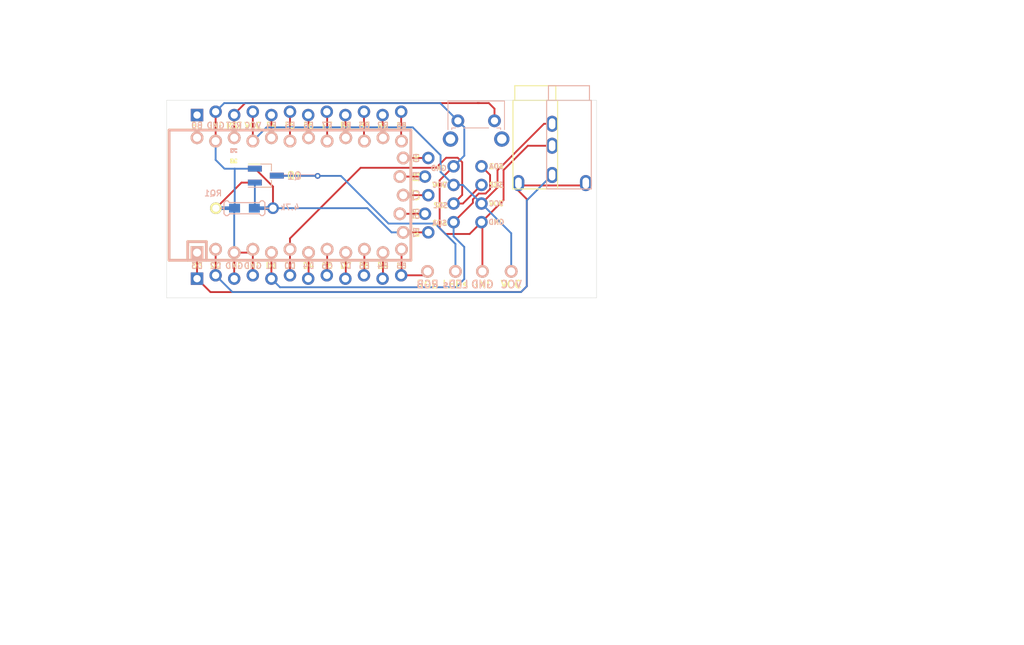
<source format=kicad_pcb>
(kicad_pcb (version 20171130) (host pcbnew "(5.1.9)-1")

  (general
    (thickness 1.6)
    (drawings 23)
    (tracks 146)
    (zones 0)
    (modules 19)
    (nets 30)
  )

  (page A4)
  (layers
    (0 F.Cu signal)
    (31 B.Cu signal)
    (32 B.Adhes user)
    (33 F.Adhes user)
    (34 B.Paste user)
    (35 F.Paste user)
    (36 B.SilkS user)
    (37 F.SilkS user)
    (38 B.Mask user)
    (39 F.Mask user)
    (40 Dwgs.User user)
    (41 Cmts.User user)
    (42 Eco1.User user)
    (43 Eco2.User user)
    (44 Edge.Cuts user)
    (45 Margin user)
    (46 B.CrtYd user)
    (47 F.CrtYd user)
    (48 B.Fab user)
    (49 F.Fab user)
  )

  (setup
    (last_trace_width 0.25)
    (trace_clearance 0.2)
    (zone_clearance 0.508)
    (zone_45_only no)
    (trace_min 0.2)
    (via_size 0.8)
    (via_drill 0.4)
    (via_min_size 0.4)
    (via_min_drill 0.3)
    (uvia_size 0.3)
    (uvia_drill 0.1)
    (uvias_allowed no)
    (uvia_min_size 0.2)
    (uvia_min_drill 0.1)
    (edge_width 0.05)
    (segment_width 0.2)
    (pcb_text_width 0.3)
    (pcb_text_size 1.5 1.5)
    (mod_edge_width 0.12)
    (mod_text_size 1 1)
    (mod_text_width 0.15)
    (pad_size 1.7 1.7)
    (pad_drill 1)
    (pad_to_mask_clearance 0)
    (aux_axis_origin 0 0)
    (visible_elements 7FFFFFFF)
    (pcbplotparams
      (layerselection 0x010fc_ffffffff)
      (usegerberextensions false)
      (usegerberattributes true)
      (usegerberadvancedattributes true)
      (creategerberjobfile true)
      (excludeedgelayer true)
      (linewidth 0.100000)
      (plotframeref false)
      (viasonmask false)
      (mode 1)
      (useauxorigin false)
      (hpglpennumber 1)
      (hpglpenspeed 20)
      (hpglpendiameter 15.000000)
      (psnegative false)
      (psa4output false)
      (plotreference true)
      (plotvalue true)
      (plotinvisibletext false)
      (padsonsilk false)
      (subtractmaskfromsilk false)
      (outputformat 1)
      (mirror false)
      (drillshape 1)
      (scaleselection 1)
      (outputdirectory ""))
  )

  (net 0 "")
  (net 1 encoder2b)
  (net 2 encoder2a)
  (net 3 encoder1b)
  (net 4 encoder1a)
  (net 5 LEDs)
  (net 6 row2)
  (net 7 RGB)
  (net 8 row0)
  (net 9 row4)
  (net 10 row1)
  (net 11 row3)
  (net 12 SCL)
  (net 13 SDA)
  (net 14 GND)
  (net 15 TRRS2)
  (net 16 TRRS1)
  (net 17 col4)
  (net 18 col7)
  (net 19 col2)
  (net 20 col6)
  (net 21 col3)
  (net 22 col5)
  (net 23 col1)
  (net 24 col0)
  (net 25 VCC)
  (net 26 RESET)
  (net 27 "Net-(Cs2-Pad1)")
  (net 28 LEDsOut)
  (net 29 "Net-(U1-Pad24)")

  (net_class Default "This is the default net class."
    (clearance 0.2)
    (trace_width 0.25)
    (via_dia 0.8)
    (via_drill 0.4)
    (uvia_dia 0.3)
    (uvia_drill 0.1)
    (add_net GND)
    (add_net LEDs)
    (add_net LEDsOut)
    (add_net "Net-(Cs2-Pad1)")
    (add_net "Net-(U1-Pad24)")
    (add_net RESET)
    (add_net RGB)
    (add_net SCL)
    (add_net SDA)
    (add_net TRRS1)
    (add_net TRRS2)
    (add_net VCC)
    (add_net col0)
    (add_net col1)
    (add_net col2)
    (add_net col3)
    (add_net col4)
    (add_net col5)
    (add_net col6)
    (add_net col7)
    (add_net encoder1a)
    (add_net encoder1b)
    (add_net encoder2a)
    (add_net encoder2b)
    (add_net row0)
    (add_net row1)
    (add_net row2)
    (add_net row3)
    (add_net row4)
  )

  (module Keebio-Parts:SOT-23_Handsoldering (layer F.Cu) (tedit 5B1AA70A) (tstamp 60ABB0CD)
    (at 39.751 29.337)
    (descr "SOT-23, Handsoldering")
    (tags SOT-23)
    (path /60903875)
    (attr smd)
    (fp_text reference Q1 (at 3.90525 -0.03175) (layer F.SilkS)
      (effects (font (size 1 1) (thickness 0.15)))
    )
    (fp_text value 2N7002 (at 0 2.5) (layer F.Fab)
      (effects (font (size 1 1) (thickness 0.15)))
    )
    (fp_line (start 0.76 1.58) (end 0.76 0.65) (layer F.SilkS) (width 0.12))
    (fp_line (start 0.76 -1.58) (end 0.76 -0.65) (layer F.SilkS) (width 0.12))
    (fp_line (start -2.7 -1.75) (end 2.7 -1.75) (layer F.CrtYd) (width 0.05))
    (fp_line (start 2.7 -1.75) (end 2.7 1.75) (layer F.CrtYd) (width 0.05))
    (fp_line (start 2.7 1.75) (end -2.7 1.75) (layer F.CrtYd) (width 0.05))
    (fp_line (start -2.7 1.75) (end -2.7 -1.75) (layer F.CrtYd) (width 0.05))
    (fp_line (start 0.76 -1.58) (end -2.4 -1.58) (layer F.SilkS) (width 0.12))
    (fp_line (start -0.7 -0.95) (end -0.7 1.5) (layer F.Fab) (width 0.1))
    (fp_line (start -0.15 -1.52) (end 0.7 -1.52) (layer F.Fab) (width 0.1))
    (fp_line (start -0.7 -0.95) (end -0.15 -1.52) (layer F.Fab) (width 0.1))
    (fp_line (start 0.7 -1.52) (end 0.7 1.52) (layer F.Fab) (width 0.1))
    (fp_line (start -0.7 1.52) (end 0.7 1.52) (layer F.Fab) (width 0.1))
    (fp_line (start 0.76 1.58) (end -0.7 1.58) (layer F.SilkS) (width 0.12))
    (fp_text user %R (at 0 0 -270) (layer F.Fab)
      (effects (font (size 0.5 0.5) (thickness 0.075)))
    )
    (pad 1 smd rect (at -1.5 -0.95) (size 1.9 0.8) (layers F.Cu F.Paste F.Mask)
      (net 5 LEDs))
    (pad 2 smd rect (at -1.5 0.95) (size 1.9 0.8) (layers F.Cu F.Paste F.Mask)
      (net 14 GND))
    (pad 3 smd rect (at 1.5 0) (size 1.9 0.8) (layers F.Cu F.Paste F.Mask)
      (net 28 LEDsOut))
    (model ${KISYS3DMOD}/TO_SOT_Packages_SMD.3dshapes/SOT-23.step
      (at (xyz 0 0 0))
      (scale (xyz 1 1 1))
      (rotate (xyz 0 0 0))
    )
  )

  (module "" (layer F.Cu) (tedit 0) (tstamp 0)
    (at 73.914 49.149)
    (fp_text reference "" (at 69.215 44.069) (layer F.SilkS)
      (effects (font (size 1.27 1.27) (thickness 0.15)))
    )
    (fp_text value "" (at 69.215 44.069) (layer F.SilkS)
      (effects (font (size 1.27 1.27) (thickness 0.15)))
    )
    (fp_text user VCC (at -0.635 -4.953) (layer B.SilkS)
      (effects (font (size 1 1) (thickness 0.2)) (justify mirror))
    )
  )

  (module "" (layer F.Cu) (tedit 0) (tstamp 0)
    (at 69.215 44.069)
    (fp_text reference "" (at 3.683 5.588) (layer F.SilkS)
      (effects (font (size 1.27 1.27) (thickness 0.15)))
    )
    (fp_text value "" (at 3.683 5.588) (layer F.SilkS)
      (effects (font (size 1.27 1.27) (thickness 0.15)))
    )
    (fp_text user GND (at 0.127 0.127) (layer B.SilkS)
      (effects (font (size 1 1) (thickness 0.2)) (justify mirror))
    )
  )

  (module "" (layer F.Cu) (tedit 0) (tstamp 0)
    (at 3.683 5.588)
    (fp_text reference "" (at 61.595 44.196) (layer F.SilkS)
      (effects (font (size 1.27 1.27) (thickness 0.15)))
    )
    (fp_text value "" (at 61.595 44.196) (layer F.SilkS)
      (effects (font (size 1.27 1.27) (thickness 0.15)))
    )
    (fp_text user LEDs (at 61.976 38.608) (layer B.SilkS)
      (effects (font (size 1 1) (thickness 0.2)) (justify mirror))
    )
  )

  (module "" (layer F.Cu) (tedit 0) (tstamp 0)
    (at 61.595 44.196)
    (fp_text reference "" (at 73.279 42.418) (layer F.SilkS)
      (effects (font (size 1.27 1.27) (thickness 0.15)))
    )
    (fp_text value "" (at 73.279 42.418) (layer F.SilkS)
      (effects (font (size 1.27 1.27) (thickness 0.15)))
    )
    (fp_text user RGB (at 0.254 0) (layer B.SilkS)
      (effects (font (size 1 1) (thickness 0.2)) (justify mirror))
    )
  )

  (module Keebio-Parts:SinglePad (layer F.Cu) (tedit 60AB3385) (tstamp 60AC4D37)
    (at 73.279 42.418)
    (path /60ACC08E)
    (fp_text reference H4 (at 0 -1.778) (layer Dwgs.User) hide
      (effects (font (size 1 1) (thickness 0.2)))
    )
    (fp_text value VCC (at 0 1.778) (layer F.SilkS)
      (effects (font (size 1 1) (thickness 0.2)))
    )
    (pad 1 thru_hole circle (at 0 0 270) (size 1.7526 1.7526) (drill 1.0922) (layers *.Cu *.SilkS *.Mask)
      (net 25 VCC))
  )

  (module Keebio-Parts:SinglePad (layer F.Cu) (tedit 60AB3359) (tstamp 60ABEA2A)
    (at 69.342 42.418)
    (path /60ACB179)
    (fp_text reference H3 (at 0 -1.778) (layer Dwgs.User) hide
      (effects (font (size 1 1) (thickness 0.2)))
    )
    (fp_text value GND (at 0 1.778) (layer F.SilkS)
      (effects (font (size 1 1) (thickness 0.2)))
    )
    (pad 1 thru_hole circle (at 0 0 270) (size 1.7526 1.7526) (drill 1.0922) (layers *.Cu *.SilkS *.Mask)
      (net 14 GND))
  )

  (module Keebio-Parts:SinglePad (layer F.Cu) (tedit 60AB3364) (tstamp 60ABA977)
    (at 61.849 42.418)
    (path /60AC9C9C)
    (fp_text reference H2 (at 0 -1.778) (layer Dwgs.User) hide
      (effects (font (size 1 1) (thickness 0.2)))
    )
    (fp_text value RGB (at 0 1.778) (layer F.SilkS)
      (effects (font (size 1 1) (thickness 0.2)))
    )
    (pad 1 thru_hole circle (at 0 0 270) (size 1.7526 1.7526) (drill 1.0922) (layers *.Cu *.SilkS *.Mask)
      (net 7 RGB))
  )

  (module Keebio-Parts:SinglePad (layer F.Cu) (tedit 60AB338D) (tstamp 60AC2B25)
    (at 65.659 42.418)
    (path /60AC6A76)
    (fp_text reference H1 (at 0 -1.778) (layer Dwgs.User) hide
      (effects (font (size 1 1) (thickness 0.2)))
    )
    (fp_text value LEDs (at 0 1.778) (layer F.SilkS)
      (effects (font (size 1 1) (thickness 0.2)))
    )
    (pad 1 thru_hole circle (at 0 0 270) (size 1.7526 1.7526) (drill 1.0922) (layers *.Cu *.SilkS *.Mask)
      (net 28 LEDsOut))
  )

  (module Keebio-Parts:Elite-C-ZigZag (layer F.Cu) (tedit 5BDF54F3) (tstamp 60ABDE9E)
    (at 44.323 32.004)
    (path /60AAE0C3)
    (fp_text reference U1 (at 0 1.625) (layer F.SilkS) hide
      (effects (font (size 1.2 1.2) (thickness 0.2032)))
    )
    (fp_text value Elite-C (at -22.098 -5.0165) (layer F.SilkS) hide
      (effects (font (size 1.2 1.2) (thickness 0.2032)))
    )
    (fp_line (start -15.24 6.35) (end -15.24 8.89) (layer F.SilkS) (width 0.381))
    (fp_line (start -15.24 6.35) (end -15.24 8.89) (layer B.SilkS) (width 0.381))
    (fp_line (start -19.304 -3.556) (end -14.224 -3.556) (layer Dwgs.User) (width 0.2))
    (fp_line (start -19.304 3.81) (end -19.304 -3.556) (layer Dwgs.User) (width 0.2))
    (fp_line (start -14.224 3.81) (end -19.304 3.81) (layer Dwgs.User) (width 0.2))
    (fp_line (start -14.224 -3.556) (end -14.224 3.81) (layer Dwgs.User) (width 0.2))
    (fp_line (start -17.78 8.89) (end -15.24 8.89) (layer F.SilkS) (width 0.381))
    (fp_line (start -17.78 -8.89) (end -17.78 8.89) (layer F.SilkS) (width 0.381))
    (fp_line (start -15.24 -8.89) (end -17.78 -8.89) (layer F.SilkS) (width 0.381))
    (fp_line (start -17.78 -8.89) (end -17.78 8.89) (layer B.SilkS) (width 0.381))
    (fp_line (start -17.78 8.89) (end 15.24 8.89) (layer B.SilkS) (width 0.381))
    (fp_line (start 15.24 8.89) (end 15.24 -8.89) (layer B.SilkS) (width 0.381))
    (fp_line (start 15.24 -8.89) (end -17.78 -8.89) (layer B.SilkS) (width 0.381))
    (fp_poly (pts (xy -9.35097 -5.844635) (xy -9.25097 -5.844635) (xy -9.25097 -6.344635) (xy -9.35097 -6.344635)) (layer B.SilkS) (width 0.15))
    (fp_poly (pts (xy -9.35097 -5.844635) (xy -9.05097 -5.844635) (xy -9.05097 -5.944635) (xy -9.35097 -5.944635)) (layer B.SilkS) (width 0.15))
    (fp_poly (pts (xy -8.75097 -5.844635) (xy -8.55097 -5.844635) (xy -8.55097 -5.944635) (xy -8.75097 -5.944635)) (layer B.SilkS) (width 0.15))
    (fp_poly (pts (xy -9.35097 -6.244635) (xy -8.55097 -6.244635) (xy -8.55097 -6.344635) (xy -9.35097 -6.344635)) (layer B.SilkS) (width 0.15))
    (fp_poly (pts (xy -8.95097 -6.044635) (xy -8.85097 -6.044635) (xy -8.85097 -6.144635) (xy -8.95097 -6.144635)) (layer B.SilkS) (width 0.15))
    (fp_poly (pts (xy -8.76064 -4.931568) (xy -8.56064 -4.931568) (xy -8.56064 -4.831568) (xy -8.76064 -4.831568)) (layer F.SilkS) (width 0.15))
    (fp_poly (pts (xy -9.36064 -4.531568) (xy -8.56064 -4.531568) (xy -8.56064 -4.431568) (xy -9.36064 -4.431568)) (layer F.SilkS) (width 0.15))
    (fp_poly (pts (xy -9.36064 -4.931568) (xy -9.26064 -4.931568) (xy -9.26064 -4.431568) (xy -9.36064 -4.431568)) (layer F.SilkS) (width 0.15))
    (fp_poly (pts (xy -8.96064 -4.731568) (xy -8.86064 -4.731568) (xy -8.86064 -4.631568) (xy -8.96064 -4.631568)) (layer F.SilkS) (width 0.15))
    (fp_poly (pts (xy -9.36064 -4.931568) (xy -9.06064 -4.931568) (xy -9.06064 -4.831568) (xy -9.36064 -4.831568)) (layer F.SilkS) (width 0.15))
    (fp_line (start -12.7 6.35) (end -12.7 8.89) (layer F.SilkS) (width 0.381))
    (fp_line (start -15.24 6.35) (end -12.7 6.35) (layer F.SilkS) (width 0.381))
    (fp_line (start 15.24 -8.89) (end -15.24 -8.89) (layer F.SilkS) (width 0.381))
    (fp_line (start 15.24 8.89) (end 15.24 -8.89) (layer F.SilkS) (width 0.381))
    (fp_line (start -15.24 8.89) (end 15.24 8.89) (layer F.SilkS) (width 0.381))
    (fp_line (start -15.24 6.35) (end -12.7 6.35) (layer B.SilkS) (width 0.381))
    (fp_line (start -12.7 6.35) (end -12.7 8.89) (layer B.SilkS) (width 0.381))
    (fp_text user D5 (at 16.002 2.54 90) (layer B.SilkS)
      (effects (font (size 0.8 0.8) (thickness 0.15)) (justify mirror))
    )
    (fp_text user D5 (at 16.002 2.54 90) (layer F.SilkS)
      (effects (font (size 0.8 0.8) (thickness 0.15)))
    )
    (fp_text user F1 (at 16.002 -2.54 90) (layer F.SilkS)
      (effects (font (size 0.8 0.8) (thickness 0.15)))
    )
    (fp_text user F1 (at 16.002 -2.54 90) (layer B.SilkS)
      (effects (font (size 0.8 0.8) (thickness 0.15)) (justify mirror))
    )
    (fp_text user C7 (at 16.002 0 90) (layer B.SilkS)
      (effects (font (size 0.8 0.8) (thickness 0.15)) (justify mirror))
    )
    (fp_text user C7 (at 16.002 0 90) (layer F.SilkS)
      (effects (font (size 0.8 0.8) (thickness 0.15)))
    )
    (fp_text user B6 (at 13.97 -9.525 unlocked) (layer B.SilkS)
      (effects (font (size 0.7 0.7) (thickness 0.15)) (justify mirror))
    )
    (fp_text user B6 (at 13.97 -9.525 unlocked) (layer F.SilkS)
      (effects (font (size 0.7 0.7) (thickness 0.15)))
    )
    (fp_text user F0 (at 16.002 -5.08 90) (layer F.SilkS)
      (effects (font (size 0.7 0.7) (thickness 0.15)))
    )
    (fp_text user F0 (at 16.002 -5.08 90) (layer B.SilkS)
      (effects (font (size 0.7 0.7) (thickness 0.15)) (justify mirror))
    )
    (fp_text user B7 (at 16.002 5.08 90) (layer B.SilkS)
      (effects (font (size 0.7 0.7) (thickness 0.15)) (justify mirror))
    )
    (fp_text user B7 (at 16.002 5.08 90) (layer F.SilkS)
      (effects (font (size 0.7 0.7) (thickness 0.15)))
    )
    (fp_text user RST (at -8.91 -9.525 180) (layer B.SilkS)
      (effects (font (size 0.8 0.8) (thickness 0.15)) (justify mirror))
    )
    (fp_text user D3 (at -13.97 9.652 180) (layer F.SilkS)
      (effects (font (size 0.8 0.8) (thickness 0.15)))
    )
    (fp_text user D3 (at -13.97 9.652 180) (layer B.SilkS)
      (effects (font (size 0.8 0.8) (thickness 0.15)) (justify mirror))
    )
    (fp_text user D2 (at -11.43 9.652 180) (layer F.SilkS)
      (effects (font (size 0.8 0.8) (thickness 0.15)))
    )
    (fp_text user D0 (at -1.27 9.652 180) (layer F.SilkS)
      (effects (font (size 0.8 0.8) (thickness 0.15)))
    )
    (fp_text user D1 (at -3.81 9.652 180) (layer F.SilkS)
      (effects (font (size 0.8 0.8) (thickness 0.15)))
    )
    (fp_text user GND (at -6.35 9.652 180) (layer F.SilkS)
      (effects (font (size 0.8 0.8) (thickness 0.15)))
    )
    (fp_text user GND (at -8.89 9.652 180) (layer F.SilkS)
      (effects (font (size 0.8 0.8) (thickness 0.15)))
    )
    (fp_text user D4 (at 1.27 9.652 180) (layer F.SilkS)
      (effects (font (size 0.8 0.8) (thickness 0.15)))
    )
    (fp_text user C6 (at 3.81 9.652 180) (layer F.SilkS)
      (effects (font (size 0.8 0.8) (thickness 0.15)))
    )
    (fp_text user D7 (at 6.35 9.652 180) (layer F.SilkS)
      (effects (font (size 0.8 0.8) (thickness 0.15)))
    )
    (fp_text user E6 (at 8.89 9.652 180) (layer F.SilkS)
      (effects (font (size 0.8 0.8) (thickness 0.15)))
    )
    (fp_text user B4 (at 11.43 9.652 180) (layer F.SilkS)
      (effects (font (size 0.8 0.8) (thickness 0.15)))
    )
    (fp_text user B5 (at 13.97 9.652 180) (layer F.SilkS)
      (effects (font (size 0.7 0.7) (thickness 0.15)))
    )
    (fp_text user B2 (at 11.43 -9.525 180) (layer B.SilkS)
      (effects (font (size 0.8 0.8) (thickness 0.15)) (justify mirror))
    )
    (fp_text user B3 (at 8.89 -9.525 180) (layer F.SilkS)
      (effects (font (size 0.8 0.8) (thickness 0.15)))
    )
    (fp_text user B1 (at 6.35 -9.525 180) (layer F.SilkS)
      (effects (font (size 0.8 0.8) (thickness 0.15)))
    )
    (fp_text user F7 (at 3.81 -9.525 180) (layer B.SilkS)
      (effects (font (size 0.8 0.8) (thickness 0.15)) (justify mirror))
    )
    (fp_text user F6 (at 1.27 -9.525 180) (layer B.SilkS)
      (effects (font (size 0.8 0.8) (thickness 0.15)) (justify mirror))
    )
    (fp_text user F5 (at -1.27 -9.525 180) (layer B.SilkS)
      (effects (font (size 0.8 0.8) (thickness 0.15)) (justify mirror))
    )
    (fp_text user F4 (at -3.81 -9.525 180) (layer F.SilkS)
      (effects (font (size 0.8 0.8) (thickness 0.15)))
    )
    (fp_text user VCC (at -6.35 -9.525 180) (layer F.SilkS)
      (effects (font (size 0.8 0.8) (thickness 0.15)))
    )
    (fp_text user RST (at -8.92 -9.525 180) (layer F.SilkS)
      (effects (font (size 0.8 0.8) (thickness 0.15)))
    )
    (fp_text user GND (at -11.43 -9.525 180) (layer F.SilkS)
      (effects (font (size 0.8 0.8) (thickness 0.15)))
    )
    (fp_text user B0 (at -13.97 -9.525 180) (layer F.SilkS)
      (effects (font (size 0.8 0.8) (thickness 0.15)))
    )
    (fp_text user B0 (at -13.97 -9.525 180) (layer B.SilkS)
      (effects (font (size 0.8 0.8) (thickness 0.15)) (justify mirror))
    )
    (fp_text user GND (at -11.43 -9.525 180) (layer B.SilkS)
      (effects (font (size 0.8 0.8) (thickness 0.15)) (justify mirror))
    )
    (fp_text user VCC (at -6.35 -9.525 180) (layer B.SilkS)
      (effects (font (size 0.8 0.8) (thickness 0.15)) (justify mirror))
    )
    (fp_text user F4 (at -3.81 -9.525 180) (layer B.SilkS)
      (effects (font (size 0.8 0.8) (thickness 0.15)) (justify mirror))
    )
    (fp_text user F5 (at -1.27 -9.525 180) (layer F.SilkS)
      (effects (font (size 0.8 0.8) (thickness 0.15)))
    )
    (fp_text user F6 (at 1.27 -9.525 180) (layer F.SilkS)
      (effects (font (size 0.8 0.8) (thickness 0.15)))
    )
    (fp_text user F7 (at 3.81 -9.525 180) (layer F.SilkS)
      (effects (font (size 0.8 0.8) (thickness 0.15)))
    )
    (fp_text user B1 (at 6.35 -9.525 180) (layer B.SilkS)
      (effects (font (size 0.8 0.8) (thickness 0.15)) (justify mirror))
    )
    (fp_text user B3 (at 8.89 -9.525 180) (layer B.SilkS)
      (effects (font (size 0.8 0.8) (thickness 0.15)) (justify mirror))
    )
    (fp_text user B2 (at 11.43 -9.525 180) (layer F.SilkS)
      (effects (font (size 0.8 0.8) (thickness 0.15)))
    )
    (fp_text user B5 (at 13.97 9.652 180) (layer B.SilkS)
      (effects (font (size 0.7 0.7) (thickness 0.15)) (justify mirror))
    )
    (fp_text user B4 (at 11.43 9.652 180) (layer B.SilkS)
      (effects (font (size 0.8 0.8) (thickness 0.15)) (justify mirror))
    )
    (fp_text user E6 (at 8.89 9.652 180) (layer B.SilkS)
      (effects (font (size 0.8 0.8) (thickness 0.15)) (justify mirror))
    )
    (fp_text user D7 (at 6.35 9.652 180) (layer B.SilkS)
      (effects (font (size 0.8 0.8) (thickness 0.15)) (justify mirror))
    )
    (fp_text user C6 (at 3.81 9.652 180) (layer B.SilkS)
      (effects (font (size 0.8 0.8) (thickness 0.15)) (justify mirror))
    )
    (fp_text user D4 (at 1.27 9.652 180) (layer B.SilkS)
      (effects (font (size 0.8 0.8) (thickness 0.15)) (justify mirror))
    )
    (fp_text user GND (at -8.89 9.652 180) (layer B.SilkS)
      (effects (font (size 0.8 0.8) (thickness 0.15)) (justify mirror))
    )
    (fp_text user GND (at -6.35 9.652 180) (layer B.SilkS)
      (effects (font (size 0.8 0.8) (thickness 0.15)) (justify mirror))
    )
    (fp_text user D1 (at -3.81 9.652 180) (layer B.SilkS)
      (effects (font (size 0.8 0.8) (thickness 0.15)) (justify mirror))
    )
    (fp_text user D0 (at -1.27 9.652 180) (layer B.SilkS)
      (effects (font (size 0.8 0.8) (thickness 0.15)) (justify mirror))
    )
    (fp_text user D2 (at -11.43 9.652 180) (layer B.SilkS)
      (effects (font (size 0.8 0.8) (thickness 0.15)) (justify mirror))
    )
    (pad 25 thru_hole circle (at 14.1986 5.08) (size 1.7526 1.7526) (drill 1.0922) (layers *.Cu *.SilkS *.Mask)
      (net 5 LEDs))
    (pad 26 thru_hole circle (at 13.7414 2.54) (size 1.7526 1.7526) (drill 1.0922) (layers *.Cu *.SilkS *.Mask)
      (net 4 encoder1a))
    (pad 27 thru_hole circle (at 14.1986 0) (size 1.7526 1.7526) (drill 1.0922) (layers *.Cu *.SilkS *.Mask)
      (net 3 encoder1b))
    (pad 28 thru_hole circle (at 13.7414 -2.54) (size 1.7526 1.7526) (drill 1.0922) (layers *.Cu *.SilkS *.Mask)
      (net 2 encoder2a))
    (pad 29 thru_hole circle (at 14.1986 -5.08) (size 1.7526 1.7526) (drill 1.0922) (layers *.Cu *.SilkS *.Mask)
      (net 1 encoder2b))
    (pad 24 thru_hole circle (at -13.97 -7.8486) (size 1.7526 1.7526) (drill 1.0922) (layers *.Cu *.SilkS *.Mask)
      (net 29 "Net-(U1-Pad24)"))
    (pad 12 thru_hole circle (at 13.97 7.3914) (size 1.7526 1.7526) (drill 1.0922) (layers *.Cu *.SilkS *.Mask)
      (net 7 RGB))
    (pad 23 thru_hole circle (at -11.43 -7.3914) (size 1.7526 1.7526) (drill 1.0922) (layers *.Cu *.SilkS *.Mask)
      (net 14 GND))
    (pad 22 thru_hole circle (at -8.89 -7.8486) (size 1.7526 1.7526) (drill 1.0922) (layers *.Cu *.SilkS *.Mask)
      (net 26 RESET))
    (pad 21 thru_hole circle (at -6.35 -7.3914) (size 1.7526 1.7526) (drill 1.0922) (layers *.Cu *.SilkS *.Mask)
      (net 25 VCC))
    (pad 20 thru_hole circle (at -3.81 -7.8486) (size 1.7526 1.7526) (drill 1.0922) (layers *.Cu *.SilkS *.Mask)
      (net 24 col0))
    (pad 19 thru_hole circle (at -1.27 -7.3914) (size 1.7526 1.7526) (drill 1.0922) (layers *.Cu *.SilkS *.Mask)
      (net 23 col1))
    (pad 18 thru_hole circle (at 1.27 -7.8486) (size 1.7526 1.7526) (drill 1.0922) (layers *.Cu *.SilkS *.Mask)
      (net 19 col2))
    (pad 17 thru_hole circle (at 3.81 -7.3914) (size 1.7526 1.7526) (drill 1.0922) (layers *.Cu *.SilkS *.Mask)
      (net 21 col3))
    (pad 16 thru_hole circle (at 6.35 -7.8486) (size 1.7526 1.7526) (drill 1.0922) (layers *.Cu *.SilkS *.Mask)
      (net 17 col4))
    (pad 15 thru_hole circle (at 8.89 -7.3914) (size 1.7526 1.7526) (drill 1.0922) (layers *.Cu *.SilkS *.Mask)
      (net 22 col5))
    (pad 14 thru_hole circle (at 11.43 -7.8486) (size 1.7526 1.7526) (drill 1.0922) (layers *.Cu *.SilkS *.Mask)
      (net 20 col6))
    (pad 13 thru_hole circle (at 13.97 -7.3914) (size 1.7526 1.7526) (drill 1.0922) (layers *.Cu *.SilkS *.Mask)
      (net 18 col7))
    (pad 11 thru_hole circle (at 11.43 7.8486) (size 1.7526 1.7526) (drill 1.0922) (layers *.Cu *.SilkS *.Mask)
      (net 9 row4))
    (pad 10 thru_hole circle (at 8.89 7.3914) (size 1.7526 1.7526) (drill 1.0922) (layers *.Cu *.SilkS *.Mask)
      (net 11 row3))
    (pad 9 thru_hole circle (at 6.35 7.8486) (size 1.7526 1.7526) (drill 1.0922) (layers *.Cu *.SilkS *.Mask)
      (net 6 row2))
    (pad 8 thru_hole circle (at 3.81 7.3914) (size 1.7526 1.7526) (drill 1.0922) (layers *.Cu *.SilkS *.Mask)
      (net 10 row1))
    (pad 7 thru_hole circle (at 1.27 7.8486) (size 1.7526 1.7526) (drill 1.0922) (layers *.Cu *.SilkS *.Mask)
      (net 8 row0))
    (pad 6 thru_hole circle (at -1.27 7.3914) (size 1.7526 1.7526) (drill 1.0922) (layers *.Cu *.SilkS *.Mask)
      (net 12 SCL))
    (pad 5 thru_hole circle (at -3.81 7.8486) (size 1.7526 1.7526) (drill 1.0922) (layers *.Cu *.SilkS *.Mask)
      (net 13 SDA))
    (pad 4 thru_hole circle (at -6.35 7.3914) (size 1.7526 1.7526) (drill 1.0922) (layers *.Cu *.SilkS *.Mask)
      (net 14 GND))
    (pad 3 thru_hole circle (at -8.89 7.8486) (size 1.7526 1.7526) (drill 1.0922) (layers *.Cu *.SilkS *.Mask)
      (net 14 GND))
    (pad 2 thru_hole circle (at -11.43 7.3914) (size 1.7526 1.7526) (drill 1.0922) (layers *.Cu *.SilkS *.Mask)
      (net 15 TRRS2))
    (pad 1 thru_hole rect (at -13.97 7.8486) (size 1.7526 1.7526) (drill 1.0922) (layers *.Cu *.SilkS *.Mask)
      (net 16 TRRS1))
    (model /Users/danny/Documents/proj/custom-keyboard/kicad-libs/3d_models/ArduinoProMicro.wrl
      (offset (xyz -13.96999979019165 -7.619999885559082 -5.841999912261963))
      (scale (xyz 0.395 0.395 0.395))
      (rotate (xyz 90 180 180))
    )
  )

  (module Keebio-Parts:TRRS-PJ-320A-dual (layer F.Cu) (tedit 5970F8E5) (tstamp 60ABEF9D)
    (at 78.867 19.05)
    (path /60AAFF47)
    (fp_text reference T1 (at 0 14.2) (layer Dwgs.User)
      (effects (font (size 1 1) (thickness 0.15)))
    )
    (fp_text value TRRS (at 0 -5.6) (layer F.Fab)
      (effects (font (size 1 1) (thickness 0.15)))
    )
    (fp_line (start 0.75 0) (end -5.35 0) (layer F.SilkS) (width 0.15))
    (fp_line (start 0.75 12.1) (end -5.35 12.1) (layer F.SilkS) (width 0.15))
    (fp_line (start 0.75 0) (end 0.75 12.1) (layer F.SilkS) (width 0.15))
    (fp_line (start -5.35 0) (end -5.35 12.1) (layer F.SilkS) (width 0.15))
    (fp_line (start 0.5 0) (end 0.5 -2) (layer F.SilkS) (width 0.15))
    (fp_line (start -5.1 0) (end -5.1 -2) (layer F.SilkS) (width 0.15))
    (fp_line (start 0.5 -2) (end -5.1 -2) (layer F.SilkS) (width 0.15))
    (fp_line (start -0.75 0) (end -0.75 12.1) (layer B.SilkS) (width 0.15))
    (fp_line (start -0.75 0) (end 5.35 0) (layer B.SilkS) (width 0.15))
    (fp_line (start 5.35 0) (end 5.35 12.1) (layer B.SilkS) (width 0.15))
    (fp_line (start -0.75 12.1) (end 5.35 12.1) (layer B.SilkS) (width 0.15))
    (fp_line (start -0.5 0) (end -0.5 -2) (layer B.SilkS) (width 0.15))
    (fp_line (start -0.5 -2) (end 5.1 -2) (layer B.SilkS) (width 0.15))
    (fp_line (start 5.1 0) (end 5.1 -2) (layer B.SilkS) (width 0.15))
    (pad 3 thru_hole oval (at 0 6.2) (size 1.6 2.2) (drill oval 0.9 1.5) (layers *.Cu *.Mask)
      (net 14 GND))
    (pad "" np_thru_hole circle (at -2.3 1.6) (size 1.5 1.5) (drill 1.5) (layers *.Cu *.Mask))
    (pad "" np_thru_hole circle (at -2.3 8.6) (size 1.5 1.5) (drill 1.5) (layers *.Cu *.Mask))
    (pad 4 thru_hole oval (at 0 3.2) (size 1.6 2.2) (drill oval 0.9 1.5) (layers *.Cu *.Mask)
      (net 25 VCC))
    (pad 2 thru_hole oval (at 0 10.2) (size 1.6 2.2) (drill oval 0.9 1.5) (layers *.Cu *.Mask)
      (net 15 TRRS2))
    (pad 1 thru_hole oval (at -4.6 11.3) (size 1.6 2.2) (drill oval 0.9 1.5) (layers *.Cu *.Mask)
      (net 16 TRRS1))
    (pad 1 thru_hole oval (at 4.6 11.3) (size 1.6 2.2) (drill oval 0.9 1.5) (layers *.Cu *.Mask)
      (net 16 TRRS1))
    (pad "" np_thru_hole circle (at 2.3 1.6) (size 1.5 1.5) (drill 1.5) (layers *.Cu *.Mask))
    (pad "" np_thru_hole circle (at 2.3 8.6) (size 1.5 1.5) (drill 1.5) (layers *.Cu *.Mask))
  )

  (module Keebio-Parts:Resistor-Hybrid-Back (layer F.Cu) (tedit 5C7EB621) (tstamp 60ABEA9A)
    (at 36.83 33.782)
    (path /6090763F)
    (attr smd)
    (fp_text reference RQ1 (at -4.28625 -2.032) (layer B.SilkS)
      (effects (font (size 0.8 0.8) (thickness 0.15)) (justify mirror))
    )
    (fp_text value 4.7k (at 6.223 -0.127) (layer B.SilkS)
      (effects (font (size 0.8 0.8) (thickness 0.15)) (justify mirror))
    )
    (fp_line (start -2.794 -0.762) (end -2.54 -1.016) (layer B.SilkS) (width 0.15))
    (fp_line (start -2.54 -1.016) (end -2.286 -1.016) (layer B.SilkS) (width 0.15))
    (fp_line (start -2.286 -1.016) (end -2.032 -0.762) (layer B.SilkS) (width 0.15))
    (fp_line (start -2.032 -0.762) (end 2.032 -0.762) (layer B.SilkS) (width 0.15))
    (fp_line (start 2.032 -0.762) (end 2.286 -1.016) (layer B.SilkS) (width 0.15))
    (fp_line (start 2.286 -1.016) (end 2.54 -1.016) (layer B.SilkS) (width 0.15))
    (fp_line (start 2.54 -1.016) (end 2.794 -0.762) (layer B.SilkS) (width 0.15))
    (fp_line (start 2.794 -0.762) (end 2.794 0.762) (layer B.SilkS) (width 0.15))
    (fp_line (start 2.794 0.762) (end 2.54 1.016) (layer B.SilkS) (width 0.15))
    (fp_line (start 2.54 1.016) (end 2.286 1.016) (layer B.SilkS) (width 0.15))
    (fp_line (start 2.286 1.016) (end 2.032 0.762) (layer B.SilkS) (width 0.15))
    (fp_line (start 2.032 0.762) (end -2.032 0.762) (layer B.SilkS) (width 0.15))
    (fp_line (start -2.032 0.762) (end -2.286 1.016) (layer B.SilkS) (width 0.15))
    (fp_line (start -2.286 1.016) (end -2.54 1.016) (layer B.SilkS) (width 0.15))
    (fp_line (start -2.54 1.016) (end -2.794 0.762) (layer B.SilkS) (width 0.15))
    (fp_line (start -2.794 0.762) (end -2.794 -0.762) (layer B.SilkS) (width 0.15))
    (fp_line (start -3.302 0) (end -2.794 0) (layer B.SilkS) (width 0.15))
    (fp_line (start 2.794 0) (end 3.302 0) (layer B.SilkS) (width 0.15))
    (pad 1 thru_hole circle (at 3.9 0) (size 1.6 1.6) (drill 1) (layers *.Cu *.Mask)
      (net 5 LEDs))
    (pad 2 thru_hole circle (at -3.9 0) (size 1.6 1.6) (drill 1) (layers *.Cu *.Mask F.SilkS)
      (net 14 GND))
    (pad 1 smd rect (at 2.5 0) (size 2.9 0.5) (layers B.Cu)
      (net 5 LEDs) (solder_mask_margin -999))
    (pad 1 smd rect (at 1.35 0) (size 1.5 1.2) (layers B.Cu B.Paste B.Mask)
      (net 5 LEDs))
    (pad 2 smd rect (at -1.35 0) (size 1.5 1.2) (layers B.Cu B.Paste B.Mask)
      (net 14 GND))
    (pad 2 smd rect (at -2.5 0) (size 2.9 0.5) (layers B.Cu)
      (net 14 GND) (solder_mask_margin -999))
    (model ${KISYS3DMOD}/Resistors_SMD.3dshapes/R_0805.step
      (offset (xyz 0 0 -1.6))
      (scale (xyz 1 1 1))
      (rotate (xyz 0 180 0))
    )
  )

  (module Keebio-Parts:SW_Tactile_SPST_Angled_MJTP1117 (layer B.Cu) (tedit 5955E103) (tstamp 60ABEA7E)
    (at 70.993 21.844 180)
    (descr "tactile switch SPST right angle, PTS645VL39-2 LFS")
    (tags "tactile switch SPST angled PTS645VL39-2 LFS C&K Button")
    (path /608FA808)
    (fp_text reference Reset (at 2.5 -1.68) (layer B.SilkS) hide
      (effects (font (size 1 1) (thickness 0.15)) (justify mirror))
    )
    (fp_text value SW_Push (at 2.5 -5.38988) (layer B.Fab)
      (effects (font (size 1 1) (thickness 0.15)) (justify mirror))
    )
    (fp_line (start 1.05 3.85) (end 1.05 2.59) (layer B.Fab) (width 0.1))
    (fp_line (start 3.95 3.85) (end 3.95 2.59) (layer B.Fab) (width 0.1))
    (fp_line (start 1.05 3.85) (end 3.95 3.85) (layer B.Fab) (width 0.1))
    (fp_line (start -0.84 -0.97) (end -0.84 -1.2) (layer B.SilkS) (width 0.12))
    (fp_line (start 5.95 -3.6) (end 5.95 -0.86) (layer B.Fab) (width 0.1))
    (fp_line (start -1.25 -3.6) (end -0.95 -3.6) (layer B.Fab) (width 0.1))
    (fp_line (start -0.95 -0.86) (end 5.95 -0.86) (layer B.Fab) (width 0.1))
    (fp_line (start 6.25 -3.6) (end 6.25 2.59) (layer B.Fab) (width 0.1))
    (fp_line (start -2.25 2.8) (end 7.3 2.8) (layer B.CrtYd) (width 0.05))
    (fp_line (start 7.3 2.8) (end 7.3 -4.45) (layer B.CrtYd) (width 0.05))
    (fp_line (start 7.3 -4.45) (end -2.25 -4.45) (layer B.CrtYd) (width 0.05))
    (fp_line (start -2.25 -4.45) (end -2.25 2.8) (layer B.CrtYd) (width 0.05))
    (fp_line (start -1.36 2.7) (end 6.36 2.7) (layer B.SilkS) (width 0.12))
    (fp_line (start 6.36 2.7) (end 6.36 -1.2) (layer B.SilkS) (width 0.12))
    (fp_line (start -1.36 2.7) (end -1.36 -1.2) (layer B.SilkS) (width 0.12))
    (fp_line (start -1.25 2.59) (end 6.25 2.59) (layer B.Fab) (width 0.1))
    (fp_line (start -1.25 -3.6) (end -1.25 2.59) (layer B.Fab) (width 0.1))
    (fp_line (start 5.95 -3.6) (end 6.25 -3.6) (layer B.Fab) (width 0.1))
    (fp_line (start -0.95 -3.6) (end -0.95 -0.86) (layer B.Fab) (width 0.1))
    (fp_line (start 5.84 -0.97) (end 5.84 -1.2) (layer B.SilkS) (width 0.12))
    (fp_line (start 5.3 -0.97) (end 5.84 -0.97) (layer B.SilkS) (width 0.12))
    (fp_line (start -0.84 -0.97) (end -0.3 -0.97) (layer B.SilkS) (width 0.12))
    (fp_line (start 0.8 -0.97) (end 4.2 -0.97) (layer B.SilkS) (width 0.12))
    (pad "" thru_hole circle (at 6.01 -2.49 180) (size 2.1 2.1) (drill 1.3) (layers *.Cu *.Mask))
    (pad 2 thru_hole circle (at 5 0 180) (size 1.75 1.75) (drill 0.99) (layers *.Cu *.Mask)
      (net 14 GND))
    (pad 1 thru_hole circle (at 0 0 180) (size 1.75 1.75) (drill 0.99) (layers *.Cu *.Mask)
      (net 26 RESET))
    (pad "" thru_hole circle (at -1 -2.49 180) (size 2.1 2.1) (drill 1.3) (layers *.Cu *.Mask))
    (pad "" np_thru_hole circle (at 2.5 1.21 180) (size 1.2 1.2) (drill 1.2) (layers *.Cu *.Mask))
    (model ${KISYS3DMOD}/Buttons_Switches_THT.3dshapes/SW_Tactile_SPST_Angled_PTS645Vx39-2LFS.wrl
      (at (xyz 0 0 0))
      (scale (xyz 1 1 1))
      (rotate (xyz 0 0 0))
    )
  )

  (module Keebio-Parts:SOT-23_Handsoldering (layer B.Cu) (tedit 5B1AA70A) (tstamp 60ABEA5E)
    (at 39.751 29.337)
    (descr "SOT-23, Handsoldering")
    (tags SOT-23)
    (path /60903875)
    (attr smd)
    (fp_text reference Q1 (at 3.90525 0.03175) (layer B.SilkS)
      (effects (font (size 1 1) (thickness 0.15)) (justify mirror))
    )
    (fp_text value 2N7002 (at 0 -2.5) (layer B.Fab)
      (effects (font (size 1 1) (thickness 0.15)) (justify mirror))
    )
    (fp_line (start 0.76 -1.58) (end -0.7 -1.58) (layer B.SilkS) (width 0.12))
    (fp_line (start -0.7 -1.52) (end 0.7 -1.52) (layer B.Fab) (width 0.1))
    (fp_line (start 0.7 1.52) (end 0.7 -1.52) (layer B.Fab) (width 0.1))
    (fp_line (start -0.7 0.95) (end -0.15 1.52) (layer B.Fab) (width 0.1))
    (fp_line (start -0.15 1.52) (end 0.7 1.52) (layer B.Fab) (width 0.1))
    (fp_line (start -0.7 0.95) (end -0.7 -1.5) (layer B.Fab) (width 0.1))
    (fp_line (start 0.76 1.58) (end -2.4 1.58) (layer B.SilkS) (width 0.12))
    (fp_line (start -2.7 -1.75) (end -2.7 1.75) (layer B.CrtYd) (width 0.05))
    (fp_line (start 2.7 -1.75) (end -2.7 -1.75) (layer B.CrtYd) (width 0.05))
    (fp_line (start 2.7 1.75) (end 2.7 -1.75) (layer B.CrtYd) (width 0.05))
    (fp_line (start -2.7 1.75) (end 2.7 1.75) (layer B.CrtYd) (width 0.05))
    (fp_line (start 0.76 1.58) (end 0.76 0.65) (layer B.SilkS) (width 0.12))
    (fp_line (start 0.76 -1.58) (end 0.76 -0.65) (layer B.SilkS) (width 0.12))
    (fp_text user %R (at 0 0 270) (layer B.Fab)
      (effects (font (size 0.5 0.5) (thickness 0.075)) (justify mirror))
    )
    (pad 3 smd rect (at 1.5 0) (size 1.9 0.8) (layers B.Cu B.Paste B.Mask)
      (net 28 LEDsOut))
    (pad 2 smd rect (at -1.5 -0.95) (size 1.9 0.8) (layers B.Cu B.Paste B.Mask)
      (net 14 GND))
    (pad 1 smd rect (at -1.5 0.95) (size 1.9 0.8) (layers B.Cu B.Paste B.Mask)
      (net 5 LEDs))
    (model ${KISYS3DMOD}/TO_SOT_Packages_SMD.3dshapes/SOT-23.step
      (at (xyz 0 0 0))
      (scale (xyz 1 1 1))
      (rotate (xyz 0 0 0))
    )
  )

  (module Keebio-Parts:Header-4-Pin (layer F.Cu) (tedit 60AB3521) (tstamp 60ABEA49)
    (at 69.215 35.687 180)
    (descr "Through hole straight socket strip, 1x06, 2.54mm pitch, single row")
    (tags "Through hole socket strip THT 1x06 2.54mm single row")
    (path /60AAD199)
    (fp_text reference O2 (at 0 -2.33) (layer F.SilkS) hide
      (effects (font (size 1 1) (thickness 0.15)))
    )
    (fp_text value OLED (at 0 10.16) (layer F.Fab)
      (effects (font (size 1 1) (thickness 0.15)))
    )
    (fp_line (start 1.8 8.89) (end -1.8 8.89) (layer F.CrtYd) (width 0.05))
    (fp_line (start 1.8 -1.27) (end 1.8 8.89) (layer F.CrtYd) (width 0.05))
    (fp_line (start -1.8 -1.27) (end -1.8 8.89) (layer F.CrtYd) (width 0.05))
    (fp_line (start 1.8 -1.27) (end -1.8 -1.27) (layer F.CrtYd) (width 0.05))
    (fp_text user %R (at 0 -2.33) (layer F.Fab)
      (effects (font (size 1 1) (thickness 0.15)))
    )
    (pad 4 thru_hole oval (at 0 7.62 180) (size 1.7 1.7) (drill 1) (layers *.Cu *.Mask)
      (net 13 SDA))
    (pad 3 thru_hole oval (at 0 5.08 180) (size 1.7 1.7) (drill 1) (layers *.Cu *.Mask)
      (net 12 SCL))
    (pad 2 thru_hole oval (at 0 2.54 180) (size 1.7 1.7) (drill 1) (layers *.Cu *.Mask)
      (net 25 VCC))
    (pad 1 thru_hole circle (at 0 0 180) (size 1.7 1.7) (drill 1) (layers *.Cu *.Mask)
      (net 14 GND))
    (model ${KISYS3DMOD}/Socket_Strips.3dshapes/Socket_Strip_Straight_1x06_Pitch2.54mm.wrl
      (offset (xyz 0 -6.349999904632568 0))
      (scale (xyz 1 1 1))
      (rotate (xyz 0 0 270))
    )
  )

  (module Keebio-Parts:Header-4-Pin (layer F.Cu) (tedit 60AB351A) (tstamp 60ABEA3C)
    (at 65.405 28.067)
    (descr "Through hole straight socket strip, 1x06, 2.54mm pitch, single row")
    (tags "Through hole socket strip THT 1x06 2.54mm single row")
    (path /60AB2268)
    (fp_text reference O1 (at 0 -2.33) (layer F.SilkS) hide
      (effects (font (size 1 1) (thickness 0.15)))
    )
    (fp_text value OLED (at 0 10.16) (layer F.Fab)
      (effects (font (size 1 1) (thickness 0.15)))
    )
    (fp_line (start 1.8 8.89) (end -1.8 8.89) (layer F.CrtYd) (width 0.05))
    (fp_line (start 1.8 -1.27) (end 1.8 8.89) (layer F.CrtYd) (width 0.05))
    (fp_line (start -1.8 -1.27) (end -1.8 8.89) (layer F.CrtYd) (width 0.05))
    (fp_line (start 1.8 -1.27) (end -1.8 -1.27) (layer F.CrtYd) (width 0.05))
    (fp_text user %R (at 0 -2.33) (layer F.Fab)
      (effects (font (size 1 1) (thickness 0.15)))
    )
    (pad 4 thru_hole oval (at 0 7.62) (size 1.7 1.7) (drill 1) (layers *.Cu *.Mask)
      (net 13 SDA))
    (pad 3 thru_hole oval (at 0 5.08) (size 1.7 1.7) (drill 1) (layers *.Cu *.Mask)
      (net 12 SCL))
    (pad 2 thru_hole oval (at 0 2.54) (size 1.7 1.7) (drill 1) (layers *.Cu *.Mask)
      (net 25 VCC))
    (pad 1 thru_hole circle (at 0 0) (size 1.7 1.7) (drill 1) (layers *.Cu *.Mask)
      (net 14 GND))
    (model ${KISYS3DMOD}/Socket_Strips.3dshapes/Socket_Strip_Straight_1x06_Pitch2.54mm.wrl
      (offset (xyz 0 -6.349999904632568 0))
      (scale (xyz 1 1 1))
      (rotate (xyz 0 0 270))
    )
  )

  (module Keebio-Parts:Header-12-Pin-ZigZag-Square (layer F.Cu) (tedit 5DB09E70) (tstamp 60ABEA1B)
    (at 30.353 20.828 90)
    (descr "Through hole straight socket strip, 1x06, 2.54mm pitch, single row")
    (tags "Through hole socket strip THT 1x06 2.54mm single row")
    (path /60B5D5B4)
    (fp_text reference Cs2 (at 0 -2.33 90) (layer F.SilkS) hide
      (effects (font (size 1 1) (thickness 0.15)))
    )
    (fp_text value Elite-C_right (at 2.54 0) (layer F.Fab)
      (effects (font (size 1 1) (thickness 0.15)))
    )
    (fp_line (start 1.8 29.74) (end -1.8 29.74) (layer F.CrtYd) (width 0.05))
    (fp_line (start 1.8 -1.8) (end 1.8 29.74) (layer F.CrtYd) (width 0.05))
    (fp_line (start -1.8 -1.8) (end -1.8 29.74) (layer F.CrtYd) (width 0.05))
    (fp_line (start 1.8 -1.8) (end -1.8 -1.8) (layer F.CrtYd) (width 0.05))
    (fp_text user %R (at 0 -2.33 90) (layer F.Fab)
      (effects (font (size 1 1) (thickness 0.15)))
    )
    (pad 9 thru_hole oval (at -0.2286 20.27 90) (size 1.7 1.7) (drill 1) (layers *.Cu *.Mask)
      (net 17 col4))
    (pad 12 thru_hole oval (at 0.2286 27.89 90) (size 1.7 1.7) (drill 1) (layers *.Cu *.Mask)
      (net 18 col7))
    (pad 7 thru_hole circle (at -0.2286 15.19 90) (size 1.7 1.7) (drill 1) (layers *.Cu *.Mask)
      (net 19 col2))
    (pad 11 thru_hole oval (at -0.2286 25.35 90) (size 1.7 1.7) (drill 1) (layers *.Cu *.Mask)
      (net 20 col6))
    (pad 8 thru_hole oval (at 0.2286 17.73 90) (size 1.7 1.7) (drill 1) (layers *.Cu *.Mask)
      (net 21 col3))
    (pad 10 thru_hole oval (at 0.2286 22.81 90) (size 1.7 1.7) (drill 1) (layers *.Cu *.Mask)
      (net 22 col5))
    (pad 6 thru_hole oval (at 0.2286 12.7 90) (size 1.7 1.7) (drill 1) (layers *.Cu *.Mask)
      (net 23 col1))
    (pad 5 thru_hole oval (at -0.2286 10.16 90) (size 1.7 1.7) (drill 1) (layers *.Cu *.Mask)
      (net 24 col0))
    (pad 4 thru_hole oval (at 0.2286 7.62 90) (size 1.7 1.7) (drill 1) (layers *.Cu *.Mask)
      (net 25 VCC))
    (pad 3 thru_hole oval (at -0.2286 5.08 90) (size 1.7 1.7) (drill 1) (layers *.Cu *.Mask)
      (net 26 RESET))
    (pad 2 thru_hole oval (at 0.2286 2.54 90) (size 1.7 1.7) (drill 1) (layers *.Cu *.Mask)
      (net 14 GND))
    (pad 1 thru_hole rect (at -0.2286 0 90) (size 1.7 1.7) (drill 1) (layers *.Cu *.Mask)
      (net 27 "Net-(Cs2-Pad1)"))
    (model ${KISYS3DMOD}/Socket_Strips.3dshapes/Socket_Strip_Straight_1x06_Pitch2.54mm.wrl
      (offset (xyz 0 -6.349999904632568 0))
      (scale (xyz 1 1 1))
      (rotate (xyz 0 0 270))
    )
  )

  (module Keebio-Parts:Header-12-Pin-ZigZag-Square locked (layer F.Cu) (tedit 5DB09E70) (tstamp 60ABEA06)
    (at 30.353 43.18 90)
    (descr "Through hole straight socket strip, 1x06, 2.54mm pitch, single row")
    (tags "Through hole socket strip THT 1x06 2.54mm single row")
    (path /60B34BA1)
    (fp_text reference Cs1 (at 0 -2.33 90) (layer F.SilkS) hide
      (effects (font (size 1 1) (thickness 0.15)))
    )
    (fp_text value Elite-C_left (at -2.159 0.254) (layer F.Fab)
      (effects (font (size 1 1) (thickness 0.15)))
    )
    (fp_line (start 1.8 29.74) (end -1.8 29.74) (layer F.CrtYd) (width 0.05))
    (fp_line (start 1.8 -1.8) (end 1.8 29.74) (layer F.CrtYd) (width 0.05))
    (fp_line (start -1.8 -1.8) (end -1.8 29.74) (layer F.CrtYd) (width 0.05))
    (fp_line (start 1.8 -1.8) (end -1.8 -1.8) (layer F.CrtYd) (width 0.05))
    (fp_text user %R (at 0 -2.33 90) (layer F.Fab)
      (effects (font (size 1 1) (thickness 0.15)))
    )
    (pad 9 thru_hole oval (at -0.2286 20.27 90) (size 1.7 1.7) (drill 1) (layers *.Cu *.Mask)
      (net 6 row2))
    (pad 12 thru_hole oval (at 0.2286 27.89 90) (size 1.7 1.7) (drill 1) (layers *.Cu *.Mask)
      (net 7 RGB))
    (pad 7 thru_hole circle (at -0.2286 15.19 90) (size 1.7 1.7) (drill 1) (layers *.Cu *.Mask)
      (net 8 row0))
    (pad 11 thru_hole oval (at -0.2286 25.35 90) (size 1.7 1.7) (drill 1) (layers *.Cu *.Mask)
      (net 9 row4))
    (pad 8 thru_hole oval (at 0.2286 17.73 90) (size 1.7 1.7) (drill 1) (layers *.Cu *.Mask)
      (net 10 row1))
    (pad 10 thru_hole oval (at 0.2286 22.81 90) (size 1.7 1.7) (drill 1) (layers *.Cu *.Mask)
      (net 11 row3))
    (pad 6 thru_hole oval (at 0.2286 12.7 90) (size 1.7 1.7) (drill 1) (layers *.Cu *.Mask)
      (net 12 SCL))
    (pad 5 thru_hole oval (at -0.2286 10.16 90) (size 1.7 1.7) (drill 1) (layers *.Cu *.Mask)
      (net 13 SDA))
    (pad 4 thru_hole oval (at 0.2286 7.62 90) (size 1.7 1.7) (drill 1) (layers *.Cu *.Mask)
      (net 14 GND))
    (pad 3 thru_hole oval (at -0.2286 5.08 90) (size 1.7 1.7) (drill 1) (layers *.Cu *.Mask)
      (net 14 GND))
    (pad 2 thru_hole oval (at 0.2286 2.54 90) (size 1.7 1.7) (drill 1) (layers *.Cu *.Mask)
      (net 15 TRRS2))
    (pad 1 thru_hole rect (at -0.2286 0 90) (size 1.7 1.7) (drill 1) (layers *.Cu *.Mask)
      (net 16 TRRS1))
    (model ${KISYS3DMOD}/Socket_Strips.3dshapes/Socket_Strip_Straight_1x06_Pitch2.54mm.wrl
      (offset (xyz 0 -6.349999904632568 0))
      (scale (xyz 1 1 1))
      (rotate (xyz 0 0 270))
    )
  )

  (module Keebio-Parts:Header-5-Pin-ZigZag (layer F.Cu) (tedit 60AB2826) (tstamp 60ABE9F1)
    (at 61.722 37.084 180)
    (descr "Through hole straight socket strip, 1x06, 2.54mm pitch, single row")
    (tags "Through hole socket strip THT 1x06 2.54mm single row")
    (path /60B67ECE)
    (fp_text reference Cb1 (at 0 -2.33) (layer F.SilkS) hide
      (effects (font (size 1 1) (thickness 0.15)))
    )
    (fp_text value Elite-C_bottom (at 0 12.7) (layer F.Fab)
      (effects (font (size 1 1) (thickness 0.15)))
    )
    (fp_line (start 1.8 11.43) (end -1.8 11.43) (layer F.CrtYd) (width 0.05))
    (fp_line (start 1.8 -1.8) (end 1.8 11.43) (layer F.CrtYd) (width 0.05))
    (fp_line (start -1.8 -1.8) (end -1.8 11.43) (layer F.CrtYd) (width 0.05))
    (fp_line (start 1.8 -1.8) (end -1.8 -1.8) (layer F.CrtYd) (width 0.05))
    (fp_text user %R (at 0 -2.33) (layer F.Fab)
      (effects (font (size 1 1) (thickness 0.15)))
    )
    (pad 5 thru_hole oval (at -0.2286 10.16 180) (size 1.7 1.7) (drill 1) (layers *.Cu *.Mask)
      (net 1 encoder2b))
    (pad 4 thru_hole oval (at 0.2286 7.62 180) (size 1.7 1.7) (drill 1) (layers *.Cu *.Mask)
      (net 2 encoder2a))
    (pad 3 thru_hole oval (at -0.2286 5.08 180) (size 1.7 1.7) (drill 1) (layers *.Cu *.Mask)
      (net 3 encoder1b))
    (pad 2 thru_hole oval (at 0.2286 2.54 180) (size 1.7 1.7) (drill 1) (layers *.Cu *.Mask)
      (net 4 encoder1a))
    (pad 1 thru_hole circle (at -0.2286 0 180) (size 1.7 1.7) (drill 1) (layers *.Cu *.Mask)
      (net 5 LEDs))
    (model ${KISYS3DMOD}/Socket_Strips.3dshapes/Socket_Strip_Straight_1x06_Pitch2.54mm.wrl
      (offset (xyz 0 -6.349999904632568 0))
      (scale (xyz 1 1 1))
      (rotate (xyz 0 0 270))
    )
  )

  (gr_text GND (at 71.247 35.687) (layer B.SilkS)
    (effects (font (size 0.7 0.7) (thickness 0.15)) (justify mirror))
  )
  (gr_text GND (at 71.247 35.687) (layer F.SilkS)
    (effects (font (size 0.7 0.7) (thickness 0.15)))
  )
  (gr_text VCC (at 71.247 33.147) (layer B.SilkS)
    (effects (font (size 0.7 0.7) (thickness 0.15)) (justify mirror))
  )
  (gr_text VCC (at 71.247 33.147) (layer F.SilkS)
    (effects (font (size 0.7 0.7) (thickness 0.15)))
  )
  (gr_text SCL (at 71.247 30.607) (layer B.SilkS)
    (effects (font (size 0.7 0.7) (thickness 0.15)) (justify mirror))
  )
  (gr_text SCL (at 71.247 30.607) (layer F.SilkS)
    (effects (font (size 0.7 0.7) (thickness 0.15)))
  )
  (gr_text SDA (at 71.247 28.067) (layer B.SilkS)
    (effects (font (size 0.7 0.7) (thickness 0.15)) (justify mirror))
  )
  (gr_text SDA (at 71.247 28.067) (layer F.SilkS)
    (effects (font (size 0.7 0.7) (thickness 0.15)))
  )
  (gr_text SDA (at 63.5 35.814) (layer B.SilkS)
    (effects (font (size 0.7 0.7) (thickness 0.15)) (justify mirror))
  )
  (gr_text SDA (at 63.5 35.814) (layer F.SilkS)
    (effects (font (size 0.7 0.7) (thickness 0.15)))
  )
  (gr_text SCL (at 63.627 33.401) (layer B.SilkS)
    (effects (font (size 0.7 0.7) (thickness 0.15)) (justify mirror))
  )
  (gr_text SCL (at 63.627 33.401) (layer F.SilkS)
    (effects (font (size 0.7 0.7) (thickness 0.15)))
  )
  (gr_text VCC (at 63.5 30.607) (layer B.SilkS)
    (effects (font (size 0.7 0.7) (thickness 0.15)) (justify mirror))
  )
  (gr_text VCC (at 63.5 30.607) (layer F.SilkS)
    (effects (font (size 0.7 0.7) (thickness 0.15)))
  )
  (gr_text GND (at 63.373 28.321) (layer B.SilkS)
    (effects (font (size 0.7 0.7) (thickness 0.15)) (justify mirror))
  )
  (gr_text GND (at 63.373 28.321) (layer F.SilkS)
    (effects (font (size 0.7 0.7) (thickness 0.15)))
  )
  (gr_line (start 26.19375 19.05) (end 26.19375 23.01875) (layer Edge.Cuts) (width 0.05) (tstamp 60AC5B8F))
  (gr_line (start 84.93125 19.05) (end 26.19375 19.05) (layer Edge.Cuts) (width 0.05))
  (gr_line (start 84.93125 46.0375) (end 84.93125 19.05) (layer Edge.Cuts) (width 0.05))
  (gr_line (start 84.1375 46.0375) (end 84.93125 46.0375) (layer Edge.Cuts) (width 0.05))
  (gr_line (start 26.19375 46.0375) (end 84.1375 46.0375) (layer Edge.Cuts) (width 0.05))
  (gr_line (start 26.19375 45.24375) (end 26.19375 46.0375) (layer Edge.Cuts) (width 0.05))
  (gr_line (start 26.19375 23.01875) (end 26.19375 45.24375) (layer Edge.Cuts) (width 0.05))

  (segment (start 62.0776 26.924) (end 58.5216 26.924) (width 0.25) (layer F.Cu) (net 1))
  (segment (start 58.0644 29.464) (end 61.6204 29.464) (width 0.25) (layer F.Cu) (net 2))
  (segment (start 62.0776 32.004) (end 58.5216 32.004) (width 0.25) (layer F.Cu) (net 3))
  (segment (start 58.0644 34.544) (end 61.6204 34.544) (width 0.25) (layer F.Cu) (net 4))
  (segment (start 62.0776 37.084) (end 58.5216 37.084) (width 0.25) (layer F.Cu) (net 5))
  (segment (start 38.251 33.711) (end 38.18 33.782) (width 0.25) (layer B.Cu) (net 5))
  (segment (start 38.251 30.287) (end 38.251 33.711) (width 0.25) (layer B.Cu) (net 5))
  (segment (start 58.5216 37.084) (end 56.92775 37.084) (width 0.25) (layer B.Cu) (net 5))
  (segment (start 53.62575 33.782) (end 40.73 33.782) (width 0.25) (layer B.Cu) (net 5))
  (segment (start 56.92775 37.084) (end 53.62575 33.782) (width 0.25) (layer B.Cu) (net 5))
  (segment (start 40.73 30.830998) (end 40.73 33.782) (width 0.25) (layer F.Cu) (net 5))
  (segment (start 38.286002 28.387) (end 40.73 30.830998) (width 0.25) (layer F.Cu) (net 5))
  (segment (start 38.251 28.387) (end 38.286002 28.387) (width 0.25) (layer F.Cu) (net 5))
  (segment (start 50.673 43.3586) (end 50.623 43.4086) (width 0.25) (layer F.Cu) (net 6))
  (segment (start 50.673 39.8526) (end 50.673 43.3586) (width 0.25) (layer F.Cu) (net 6))
  (segment (start 58.293 42.9014) (end 58.243 42.9514) (width 0.25) (layer F.Cu) (net 7))
  (segment (start 58.293 39.3954) (end 58.293 42.9014) (width 0.25) (layer F.Cu) (net 7))
  (segment (start 61.3156 42.9514) (end 61.849 42.418) (width 0.25) (layer F.Cu) (net 7))
  (segment (start 58.243 42.9514) (end 61.3156 42.9514) (width 0.25) (layer F.Cu) (net 7))
  (segment (start 45.593 43.3586) (end 45.543 43.4086) (width 0.25) (layer F.Cu) (net 8))
  (segment (start 45.593 39.8526) (end 45.593 43.3586) (width 0.25) (layer F.Cu) (net 8))
  (segment (start 55.753 43.3586) (end 55.703 43.4086) (width 0.25) (layer F.Cu) (net 9))
  (segment (start 55.753 39.8526) (end 55.753 43.3586) (width 0.25) (layer F.Cu) (net 9))
  (segment (start 48.133 42.9014) (end 48.083 42.9514) (width 0.25) (layer F.Cu) (net 10))
  (segment (start 48.133 39.3954) (end 48.133 42.9014) (width 0.25) (layer F.Cu) (net 10))
  (segment (start 53.213 42.9014) (end 53.163 42.9514) (width 0.25) (layer F.Cu) (net 11))
  (segment (start 53.213 39.3954) (end 53.213 42.9014) (width 0.25) (layer F.Cu) (net 11))
  (segment (start 43.053 39.3954) (end 43.053 42.9514) (width 0.25) (layer F.Cu) (net 12))
  (segment (start 66.675 33.147) (end 69.215 30.607) (width 0.25) (layer F.Cu) (net 12))
  (segment (start 65.405 33.147) (end 66.675 33.147) (width 0.25) (layer F.Cu) (net 12))
  (segment (start 66.580001 27.502999) (end 65.969001 26.891999) (width 0.25) (layer F.Cu) (net 12))
  (segment (start 66.580001 31.971999) (end 66.580001 27.502999) (width 0.25) (layer F.Cu) (net 12))
  (segment (start 65.969001 26.891999) (end 64.389251 26.891999) (width 0.25) (layer F.Cu) (net 12))
  (segment (start 65.405 33.147) (end 66.580001 31.971999) (width 0.25) (layer F.Cu) (net 12))
  (segment (start 63.018551 28.262699) (end 52.699801 28.262699) (width 0.25) (layer F.Cu) (net 12))
  (segment (start 64.389251 26.891999) (end 63.018551 28.262699) (width 0.25) (layer F.Cu) (net 12))
  (segment (start 43.053 37.9095) (end 43.053 39.3954) (width 0.25) (layer F.Cu) (net 12))
  (segment (start 52.699801 28.262699) (end 43.053 37.9095) (width 0.25) (layer F.Cu) (net 12))
  (segment (start 40.513 39.8526) (end 40.513 43.4086) (width 0.25) (layer F.Cu) (net 13))
  (segment (start 69.779001 31.782001) (end 70.390001 31.171001) (width 0.25) (layer F.Cu) (net 13))
  (segment (start 68.840997 31.782001) (end 69.779001 31.782001) (width 0.25) (layer F.Cu) (net 13))
  (segment (start 70.390001 29.242001) (end 69.215 28.067) (width 0.25) (layer F.Cu) (net 13))
  (segment (start 70.390001 31.171001) (end 70.390001 29.242001) (width 0.25) (layer F.Cu) (net 13))
  (segment (start 68.039999 32.582999) (end 68.840997 31.782001) (width 0.25) (layer F.Cu) (net 13))
  (segment (start 68.039999 33.052001) (end 68.039999 32.582999) (width 0.25) (layer F.Cu) (net 13))
  (segment (start 65.405 35.687) (end 68.039999 33.052001) (width 0.25) (layer F.Cu) (net 13))
  (segment (start 65.405 37.62375) (end 65.405 35.687) (width 0.25) (layer B.Cu) (net 13))
  (segment (start 66.860301 39.079051) (end 65.405 37.62375) (width 0.25) (layer B.Cu) (net 13))
  (segment (start 66.860301 43.470949) (end 66.860301 39.079051) (width 0.25) (layer B.Cu) (net 13))
  (segment (start 65.747649 44.583601) (end 66.860301 43.470949) (width 0.25) (layer B.Cu) (net 13))
  (segment (start 41.688001 44.583601) (end 65.747649 44.583601) (width 0.25) (layer B.Cu) (net 13))
  (segment (start 40.513 43.4086) (end 41.688001 44.583601) (width 0.25) (layer B.Cu) (net 13))
  (segment (start 32.893 24.6126) (end 32.893 20.5994) (width 0.25) (layer F.Cu) (net 14))
  (segment (start 37.973 39.3954) (end 37.973 42.9514) (width 0.25) (layer F.Cu) (net 14))
  (segment (start 35.433 39.8526) (end 35.433 43.4086) (width 0.25) (layer F.Cu) (net 14))
  (segment (start 37.5158 39.8526) (end 37.973 39.3954) (width 0.25) (layer F.Cu) (net 14))
  (segment (start 35.433 39.8526) (end 37.5158 39.8526) (width 0.25) (layer F.Cu) (net 14))
  (segment (start 35.433 33.829) (end 35.48 33.782) (width 0.25) (layer B.Cu) (net 14))
  (segment (start 35.433 39.8526) (end 35.433 33.829) (width 0.25) (layer B.Cu) (net 14))
  (segment (start 32.893 24.6126) (end 32.893 27.178) (width 0.25) (layer B.Cu) (net 14))
  (segment (start 32.893 27.178) (end 34.102 28.387) (width 0.25) (layer B.Cu) (net 14))
  (segment (start 35.499 33.763) (end 35.48 33.782) (width 0.25) (layer B.Cu) (net 14))
  (segment (start 35.499 28.387) (end 35.499 33.763) (width 0.25) (layer B.Cu) (net 14))
  (segment (start 34.102 28.387) (end 35.499 28.387) (width 0.25) (layer B.Cu) (net 14))
  (segment (start 35.499 28.387) (end 38.251 28.387) (width 0.25) (layer B.Cu) (net 14))
  (segment (start 67.59575 37.30625) (end 69.215 35.687) (width 0.25) (layer F.Cu) (net 14))
  (segment (start 64.29375 37.30625) (end 67.59575 37.30625) (width 0.25) (layer F.Cu) (net 14))
  (segment (start 63.5 36.5125) (end 64.29375 37.30625) (width 0.25) (layer F.Cu) (net 14))
  (segment (start 63.5 29.972) (end 63.5 36.5125) (width 0.25) (layer F.Cu) (net 14))
  (segment (start 65.405 28.067) (end 63.5 29.972) (width 0.25) (layer F.Cu) (net 14))
  (segment (start 69.342 35.814) (end 69.215 35.687) (width 0.25) (layer B.Cu) (net 14))
  (segment (start 69.342 42.418) (end 69.342 35.814) (width 0.25) (layer F.Cu) (net 14))
  (segment (start 72.23125 28.575) (end 75.55625 25.25) (width 0.25) (layer F.Cu) (net 14))
  (segment (start 72.23125 32.67075) (end 72.23125 28.575) (width 0.25) (layer F.Cu) (net 14))
  (segment (start 69.215 35.687) (end 72.23125 32.67075) (width 0.25) (layer F.Cu) (net 14))
  (segment (start 63.573399 19.424399) (end 65.993 21.844) (width 0.25) (layer B.Cu) (net 14))
  (segment (start 34.068001 19.424399) (end 63.573399 19.424399) (width 0.25) (layer B.Cu) (net 14))
  (segment (start 32.893 20.5994) (end 34.068001 19.424399) (width 0.25) (layer B.Cu) (net 14))
  (segment (start 66.867999 22.718999) (end 65.993 21.844) (width 0.25) (layer B.Cu) (net 14))
  (segment (start 66.867999 26.604001) (end 66.867999 22.718999) (width 0.25) (layer B.Cu) (net 14))
  (segment (start 65.405 28.067) (end 66.867999 26.604001) (width 0.25) (layer B.Cu) (net 14))
  (segment (start 75.55625 25.25) (end 78.867 25.25) (width 0.25) (layer F.Cu) (net 14))
  (segment (start 36.425 30.287) (end 32.93 33.782) (width 0.25) (layer F.Cu) (net 14))
  (segment (start 38.251 30.287) (end 36.425 30.287) (width 0.25) (layer F.Cu) (net 14))
  (segment (start 32.893 39.3954) (end 32.893 42.9514) (width 0.25) (layer F.Cu) (net 15))
  (segment (start 75.40625 32.71075) (end 78.867 29.25) (width 0.25) (layer B.Cu) (net 15))
  (segment (start 75.40625 44.45) (end 75.40625 32.71075) (width 0.25) (layer B.Cu) (net 15))
  (segment (start 74.6125 45.24375) (end 75.40625 44.45) (width 0.25) (layer B.Cu) (net 15))
  (segment (start 35.18535 45.24375) (end 74.6125 45.24375) (width 0.25) (layer B.Cu) (net 15))
  (segment (start 32.893 42.9514) (end 35.18535 45.24375) (width 0.25) (layer B.Cu) (net 15))
  (segment (start 30.353 39.8526) (end 30.353 43.4086) (width 0.25) (layer F.Cu) (net 16))
  (segment (start 83.14199 30.67501) (end 83.467 30.35) (width 0.25) (layer F.Cu) (net 16))
  (segment (start 74.59201 30.67501) (end 83.14199 30.67501) (width 0.25) (layer F.Cu) (net 16))
  (segment (start 74.267 30.35) (end 74.59201 30.67501) (width 0.25) (layer F.Cu) (net 16))
  (segment (start 74.267 31.4045) (end 74.267 30.35) (width 0.25) (layer F.Cu) (net 16))
  (segment (start 75.40625 32.54375) (end 74.267 31.4045) (width 0.25) (layer F.Cu) (net 16))
  (segment (start 75.40625 44.45) (end 75.40625 32.54375) (width 0.25) (layer F.Cu) (net 16))
  (segment (start 32.18815 45.24375) (end 74.6125 45.24375) (width 0.25) (layer F.Cu) (net 16))
  (segment (start 74.6125 45.24375) (end 75.40625 44.45) (width 0.25) (layer F.Cu) (net 16))
  (segment (start 30.353 43.4086) (end 32.18815 45.24375) (width 0.25) (layer F.Cu) (net 16))
  (segment (start 50.623 24.1054) (end 50.673 24.1554) (width 0.25) (layer F.Cu) (net 17))
  (segment (start 50.623 21.0566) (end 50.623 24.1054) (width 0.25) (layer F.Cu) (net 17))
  (segment (start 58.243 24.5626) (end 58.293 24.6126) (width 0.25) (layer F.Cu) (net 18))
  (segment (start 58.243 20.5994) (end 58.243 24.5626) (width 0.25) (layer F.Cu) (net 18))
  (segment (start 45.593 21.1066) (end 45.543 21.0566) (width 0.25) (layer F.Cu) (net 19))
  (segment (start 45.593 24.1554) (end 45.593 21.1066) (width 0.25) (layer F.Cu) (net 19))
  (segment (start 55.703 24.1054) (end 55.753 24.1554) (width 0.25) (layer F.Cu) (net 20))
  (segment (start 55.703 21.0566) (end 55.703 24.1054) (width 0.25) (layer F.Cu) (net 20))
  (segment (start 48.133 20.6494) (end 48.083 20.5994) (width 0.25) (layer F.Cu) (net 21))
  (segment (start 48.133 24.6126) (end 48.133 20.6494) (width 0.25) (layer F.Cu) (net 21))
  (segment (start 53.163 24.5626) (end 53.213 24.6126) (width 0.25) (layer F.Cu) (net 22))
  (segment (start 53.163 20.5994) (end 53.163 24.5626) (width 0.25) (layer F.Cu) (net 22))
  (segment (start 43.053 24.6126) (end 43.053 20.5994) (width 0.25) (layer F.Cu) (net 23))
  (segment (start 40.513 24.1554) (end 40.513 21.0566) (width 0.25) (layer F.Cu) (net 24))
  (segment (start 37.973 24.6126) (end 37.973 20.5994) (width 0.25) (layer F.Cu) (net 25))
  (segment (start 66.675 30.607) (end 69.215 33.147) (width 0.25) (layer B.Cu) (net 25))
  (segment (start 65.405 30.607) (end 66.675 30.607) (width 0.25) (layer B.Cu) (net 25))
  (segment (start 63.627 28.829) (end 65.405 30.607) (width 0.25) (layer B.Cu) (net 25))
  (segment (start 63.627 26.543) (end 63.627 28.829) (width 0.25) (layer B.Cu) (net 25))
  (segment (start 59.817 22.733) (end 63.627 26.543) (width 0.25) (layer B.Cu) (net 25))
  (segment (start 39.8526 22.733) (end 59.817 22.733) (width 0.25) (layer B.Cu) (net 25))
  (segment (start 37.973 24.6126) (end 39.8526 22.733) (width 0.25) (layer B.Cu) (net 25))
  (segment (start 69.215 33.147) (end 71.40575 30.95625) (width 0.25) (layer F.Cu) (net 25))
  (segment (start 71.40575 30.95625) (end 71.40575 28.60675) (width 0.25) (layer F.Cu) (net 25))
  (segment (start 71.40575 28.60675) (end 77.7625 22.25) (width 0.25) (layer F.Cu) (net 25))
  (segment (start 73.279 37.211) (end 69.215 33.147) (width 0.25) (layer B.Cu) (net 25))
  (segment (start 73.279 42.418) (end 73.279 37.211) (width 0.25) (layer B.Cu) (net 25))
  (segment (start 77.7625 22.25) (end 78.867 22.25) (width 0.25) (layer F.Cu) (net 25))
  (segment (start 35.433 24.1554) (end 35.433 21.0566) (width 0.25) (layer F.Cu) (net 26))
  (segment (start 35.433 20.92325) (end 35.433 21.0566) (width 0.25) (layer F.Cu) (net 26))
  (segment (start 36.931851 19.424399) (end 35.433 20.92325) (width 0.25) (layer F.Cu) (net 26))
  (segment (start 70.993 21.844) (end 70.993 20.193) (width 0.25) (layer F.Cu) (net 26))
  (segment (start 70.224399 19.424399) (end 68.681851 19.424399) (width 0.25) (layer F.Cu) (net 26))
  (segment (start 70.993 20.193) (end 70.224399 19.424399) (width 0.25) (layer F.Cu) (net 26))
  (segment (start 68.681851 19.424399) (end 36.931851 19.424399) (width 0.25) (layer F.Cu) (net 26))
  (segment (start 68.921835 19.424399) (end 68.681851 19.424399) (width 0.25) (layer F.Cu) (net 26))
  (segment (start 65.659 42.418) (end 65.659 38.6715) (width 0.25) (layer B.Cu) (net 28))
  (segment (start 62.870199 35.882699) (end 56.520199 35.882699) (width 0.25) (layer B.Cu) (net 28))
  (segment (start 65.659 38.6715) (end 62.870199 35.882699) (width 0.25) (layer B.Cu) (net 28))
  (segment (start 56.520199 35.882699) (end 50.00625 29.36875) (width 0.25) (layer B.Cu) (net 28))
  (segment (start 41.28275 29.36875) (end 41.251 29.337) (width 0.25) (layer B.Cu) (net 28))
  (segment (start 50.00625 29.36875) (end 46.83125 29.36875) (width 0.25) (layer B.Cu) (net 28))
  (segment (start 46.83125 29.36875) (end 41.28275 29.36875) (width 0.25) (layer B.Cu) (net 28) (tstamp 60ABB19F))
  (via (at 46.83125 29.36875) (size 0.8) (drill 0.4) (layers F.Cu B.Cu) (net 28))
  (segment (start 46.7995 29.337) (end 46.83125 29.36875) (width 0.25) (layer F.Cu) (net 28))
  (segment (start 41.251 29.337) (end 46.7995 29.337) (width 0.25) (layer F.Cu) (net 28))

)

</source>
